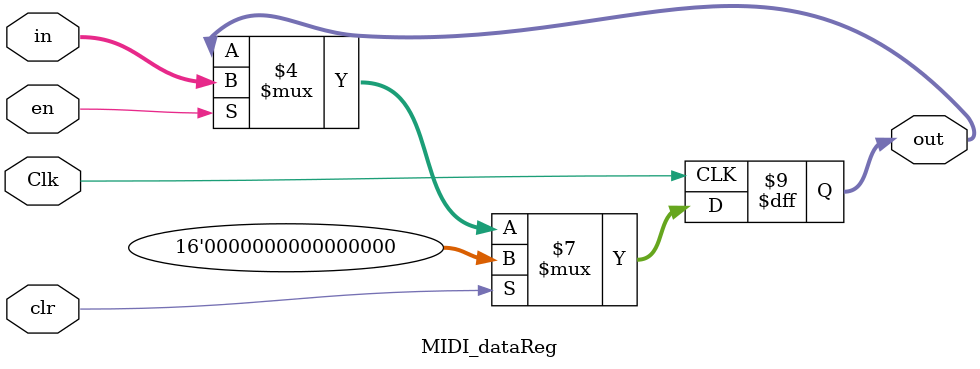
<source format=v>

/*
MIDI_dataReg by Jonathan Kayne, February 2019
This module holds the information bytes of the MIDI message (note and velocity)
It is simply a register with an enable and clear.
*/
module MIDI_dataReg(Clk, in, en, clr, out);
	input [15:0] in;
	input clr, en, Clk;
	output reg [15:0] out;
	
	always @ (posedge Clk)
	begin
		if (clr == 1)
		begin
			out <= 16'b0;
		end
		else if (en == 1)
		begin
			out <= in;
		end
	end 

endmodule 
</source>
